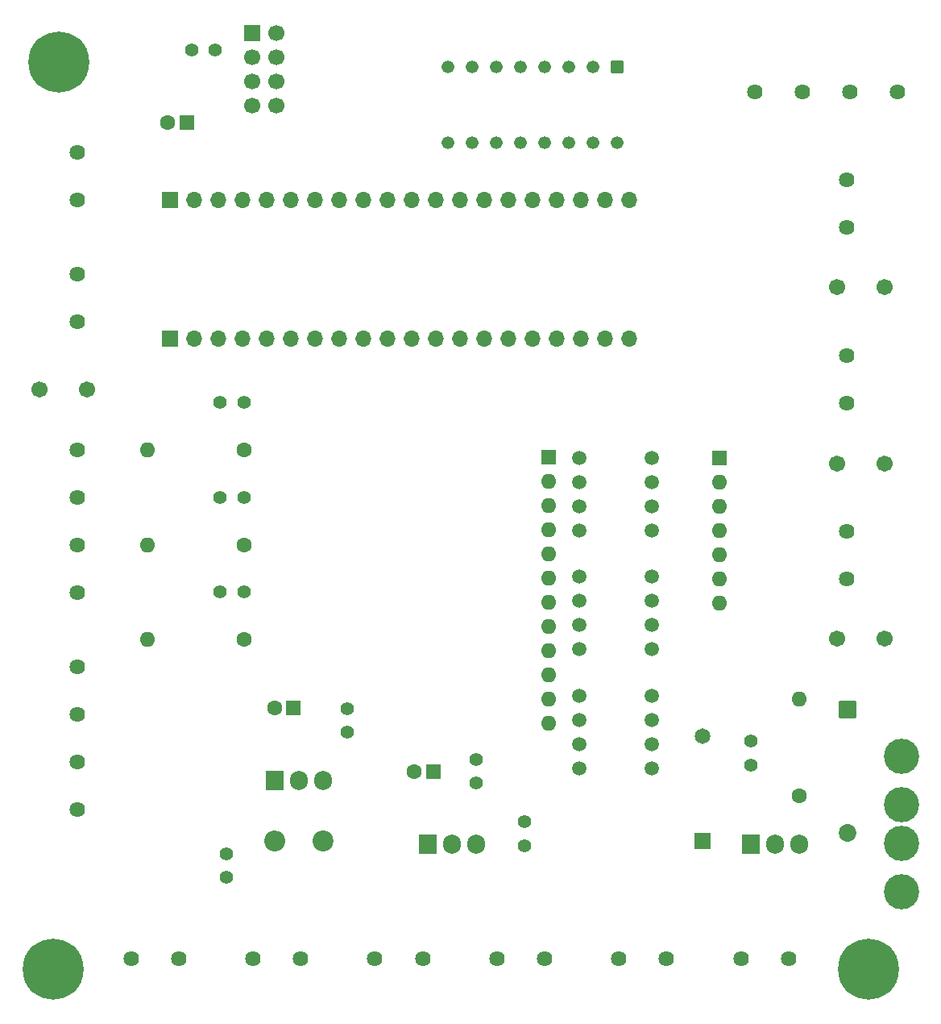
<source format=gbr>
%TF.GenerationSoftware,KiCad,Pcbnew,7.0.9*%
%TF.CreationDate,2024-04-29T14:45:24+03:00*%
%TF.ProjectId,kikad_project,6b696b61-645f-4707-926f-6a6563742e6b,rev?*%
%TF.SameCoordinates,Original*%
%TF.FileFunction,Soldermask,Bot*%
%TF.FilePolarity,Negative*%
%FSLAX46Y46*%
G04 Gerber Fmt 4.6, Leading zero omitted, Abs format (unit mm)*
G04 Created by KiCad (PCBNEW 7.0.9) date 2024-04-29 14:45:24*
%MOMM*%
%LPD*%
G01*
G04 APERTURE LIST*
G04 Aperture macros list*
%AMRoundRect*
0 Rectangle with rounded corners*
0 $1 Rounding radius*
0 $2 $3 $4 $5 $6 $7 $8 $9 X,Y pos of 4 corners*
0 Add a 4 corners polygon primitive as box body*
4,1,4,$2,$3,$4,$5,$6,$7,$8,$9,$2,$3,0*
0 Add four circle primitives for the rounded corners*
1,1,$1+$1,$2,$3*
1,1,$1+$1,$4,$5*
1,1,$1+$1,$6,$7*
1,1,$1+$1,$8,$9*
0 Add four rect primitives between the rounded corners*
20,1,$1+$1,$2,$3,$4,$5,0*
20,1,$1+$1,$4,$5,$6,$7,0*
20,1,$1+$1,$6,$7,$8,$9,0*
20,1,$1+$1,$8,$9,$2,$3,0*%
G04 Aperture macros list end*
%ADD10C,1.400000*%
%ADD11C,1.625600*%
%ADD12R,1.651000X1.651000*%
%ADD13C,1.651000*%
%ADD14R,1.905000X2.000000*%
%ADD15O,1.905000X2.000000*%
%ADD16C,1.854000*%
%ADD17RoundRect,0.102000X-0.825000X0.825000X-0.825000X-0.825000X0.825000X-0.825000X0.825000X0.825000X0*%
%ADD18C,1.701800*%
%ADD19C,1.504000*%
%ADD20R,1.600000X1.600000*%
%ADD21O,1.600000X1.600000*%
%ADD22C,6.400000*%
%ADD23C,2.200000*%
%ADD24O,2.200000X2.200000*%
%ADD25C,1.600000*%
%ADD26C,3.704000*%
%ADD27RoundRect,0.102000X-0.565000X0.565000X-0.565000X-0.565000X0.565000X-0.565000X0.565000X0.565000X0*%
%ADD28C,1.334000*%
%ADD29O,1.700000X1.700000*%
%ADD30R,1.700000X1.700000*%
%ADD31C,1.700000*%
G04 APERTURE END LIST*
D10*
%TO.C,C12*%
X27100000Y-52060000D03*
X24600000Y-52060000D03*
%TD*%
%TO.C,C11*%
X27100000Y-42100000D03*
X24600000Y-42100000D03*
%TD*%
%TO.C,C10*%
X27100000Y-62020000D03*
X24600000Y-62020000D03*
%TD*%
%TO.C,C9*%
X24070000Y-5080000D03*
X21570000Y-5080000D03*
%TD*%
%TO.C,C7*%
X80350000Y-77650000D03*
X80350000Y-80150000D03*
%TD*%
%TO.C,C6*%
X51500000Y-82050000D03*
X51500000Y-79550000D03*
%TD*%
%TO.C,C4*%
X56575113Y-88630000D03*
X56575113Y-86130000D03*
%TD*%
%TO.C,C3*%
X25220000Y-91960000D03*
X25220000Y-89460000D03*
%TD*%
%TO.C,C2*%
X37920000Y-76720000D03*
X37920000Y-74220000D03*
%TD*%
D11*
%TO.C,J18*%
X40854900Y-100480001D03*
X45854900Y-100480001D03*
%TD*%
%TO.C,J7*%
X90420001Y-42195101D03*
X90420001Y-37195101D03*
%TD*%
D12*
%TO.C,D1*%
X75260000Y-88160600D03*
D13*
X75260000Y-77162400D03*
%TD*%
D11*
%TO.C,J11*%
X9600000Y-47060000D03*
X9600000Y-52060000D03*
X9600000Y-57060000D03*
X9600000Y-62060001D03*
%TD*%
D14*
%TO.C,U4*%
X46420000Y-88460000D03*
D15*
X48960000Y-88460000D03*
X51500000Y-88460000D03*
%TD*%
D11*
%TO.C,J16*%
X90420001Y-60595101D03*
X90420001Y-55595101D03*
%TD*%
D16*
%TO.C,D3*%
X90500000Y-87320000D03*
D17*
X90500000Y-74320000D03*
%TD*%
D18*
%TO.C,J8*%
X89420000Y-48495101D03*
X94420000Y-48495101D03*
%TD*%
D19*
%TO.C,IC1*%
X62290000Y-47890000D03*
X62290000Y-50430000D03*
X62290000Y-52970000D03*
X62290000Y-55510000D03*
X69910000Y-55510000D03*
X69910000Y-52970000D03*
X69910000Y-50430000D03*
X69910000Y-47890000D03*
%TD*%
D11*
%TO.C,J10*%
X9600000Y-69870000D03*
X9600000Y-74870000D03*
X9600000Y-79870000D03*
X9600000Y-84870001D03*
%TD*%
D20*
%TO.C,RN2*%
X59100000Y-47860000D03*
D21*
X59100000Y-50400000D03*
X59100000Y-52940000D03*
X59100000Y-55480000D03*
X59100000Y-58020000D03*
X59100000Y-60560000D03*
X59100000Y-63100000D03*
X59100000Y-65640000D03*
X59100000Y-68180000D03*
X59100000Y-70720000D03*
X59100000Y-73260000D03*
X59100000Y-75800000D03*
%TD*%
D11*
%TO.C,J6*%
X15214900Y-100480001D03*
X20214900Y-100480001D03*
%TD*%
%TO.C,J2*%
X95790000Y-9510000D03*
X90790000Y-9510000D03*
X85790000Y-9510000D03*
X80789999Y-9510000D03*
%TD*%
%TO.C,J14*%
X9600000Y-28640000D03*
X9600000Y-33640000D03*
%TD*%
D22*
%TO.C,H2*%
X7620000Y-6350000D03*
%TD*%
D23*
%TO.C,L1*%
X35380000Y-88150000D03*
D24*
X30300000Y-88150000D03*
%TD*%
D14*
%TO.C,U3*%
X30300000Y-81800000D03*
D15*
X32840000Y-81800000D03*
X35380000Y-81800000D03*
%TD*%
D25*
%TO.C,R3*%
X27100000Y-47080000D03*
D21*
X16940000Y-47080000D03*
%TD*%
D18*
%TO.C,J17*%
X89420000Y-66900001D03*
X94420000Y-66900001D03*
%TD*%
D19*
%TO.C,IC2*%
X62300000Y-60400000D03*
X62300000Y-62940000D03*
X62300000Y-65480000D03*
X62300000Y-68020000D03*
X69920000Y-68020000D03*
X69920000Y-65480000D03*
X69920000Y-62940000D03*
X69920000Y-60400000D03*
%TD*%
D11*
%TO.C,J1*%
X79324900Y-100480001D03*
X84324900Y-100480001D03*
%TD*%
%TO.C,J3*%
X53684900Y-100480001D03*
X58684900Y-100480001D03*
%TD*%
D20*
%TO.C,C1*%
X32300000Y-74180000D03*
D25*
X30300000Y-74180000D03*
%TD*%
D22*
%TO.C,H1*%
X7000000Y-101600000D03*
%TD*%
D11*
%TO.C,J15*%
X66494900Y-100480001D03*
X71494900Y-100480001D03*
%TD*%
D25*
%TO.C,R1*%
X85420000Y-83360000D03*
D21*
X85420000Y-73200000D03*
%TD*%
D14*
%TO.C,Q1*%
X80340000Y-88440000D03*
D15*
X82880000Y-88440000D03*
X85420000Y-88440000D03*
%TD*%
D11*
%TO.C,J4*%
X90420001Y-23705101D03*
X90420001Y-18705101D03*
%TD*%
D20*
%TO.C,C5*%
X46960000Y-80840000D03*
D25*
X44960000Y-80840000D03*
%TD*%
D20*
%TO.C,C8*%
X21050000Y-12700000D03*
D25*
X19050000Y-12700000D03*
%TD*%
D22*
%TO.C,H3*%
X92710000Y-101600000D03*
%TD*%
D18*
%TO.C,J12*%
X10600001Y-40749999D03*
X5600001Y-40749999D03*
%TD*%
D11*
%TO.C,J9*%
X28044900Y-100480001D03*
X33044900Y-100480001D03*
%TD*%
D26*
%TO.C,X1*%
X96150000Y-93470000D03*
X96150000Y-88390000D03*
X96150000Y-84330000D03*
X96150000Y-79250000D03*
%TD*%
D27*
%TO.C,U12*%
X66294000Y-6860000D03*
D28*
X63754000Y-6860000D03*
X61214000Y-6860000D03*
X58674000Y-6860000D03*
X56134000Y-6860000D03*
X53594000Y-6860000D03*
X51054000Y-6860000D03*
X48514000Y-6860000D03*
X48514000Y-14800000D03*
X51054000Y-14800000D03*
X53594000Y-14800000D03*
X56134000Y-14800000D03*
X58674000Y-14800000D03*
X61214000Y-14800000D03*
X63754000Y-14800000D03*
X66294000Y-14800000D03*
%TD*%
D18*
%TO.C,J5*%
X89420000Y-30010000D03*
X94420000Y-30010000D03*
%TD*%
D11*
%TO.C,J13*%
X9600000Y-15820000D03*
X9600000Y-20820000D03*
%TD*%
D29*
%TO.C,U2*%
X67564000Y-20828000D03*
X65024000Y-20828000D03*
X62484000Y-20828000D03*
X59944000Y-20828000D03*
X67564000Y-35403000D03*
X24384000Y-20828000D03*
X26924000Y-20828000D03*
X62484000Y-35403000D03*
X65024000Y-35403000D03*
X57404000Y-20828000D03*
X54864000Y-20828000D03*
X52324000Y-20828000D03*
X49784000Y-20828000D03*
X47244000Y-20828000D03*
X44704000Y-20828000D03*
X42164000Y-20828000D03*
X39624000Y-20828000D03*
X37084000Y-20828000D03*
X34544000Y-20828000D03*
X21844000Y-20828000D03*
X32004000Y-20828000D03*
X29464000Y-20828000D03*
D30*
X19304000Y-20828000D03*
X19304000Y-35403000D03*
D29*
X21844000Y-35403000D03*
X24384000Y-35403000D03*
X26924000Y-35403000D03*
X29464000Y-35403000D03*
X32004000Y-35403000D03*
X34544000Y-35403000D03*
X37084000Y-35403000D03*
X39624000Y-35403000D03*
X42164000Y-35403000D03*
X44704000Y-35403000D03*
X47244000Y-35403000D03*
X49784000Y-35403000D03*
X52324000Y-35403000D03*
X54864000Y-35403000D03*
X57404000Y-35403000D03*
X59944000Y-35403000D03*
%TD*%
D25*
%TO.C,R2*%
X27100000Y-67000000D03*
D21*
X16940000Y-67000000D03*
%TD*%
D20*
%TO.C,RN1*%
X77050000Y-47900000D03*
D21*
X77050000Y-50440000D03*
X77050000Y-52980000D03*
X77050000Y-55520000D03*
X77050000Y-58060000D03*
X77050000Y-60600000D03*
X77050000Y-63140000D03*
%TD*%
D19*
%TO.C,IC3*%
X62290000Y-72910000D03*
X62290000Y-75450000D03*
X62290000Y-77990000D03*
X62290000Y-80530000D03*
X69910000Y-80530000D03*
X69910000Y-77990000D03*
X69910000Y-75450000D03*
X69910000Y-72910000D03*
%TD*%
D30*
%TO.C,U1*%
X27940000Y-3265000D03*
D31*
X30480000Y-3265000D03*
X27940000Y-5805000D03*
X30480000Y-5805000D03*
X27940000Y-8345000D03*
X30480000Y-8345000D03*
X27940000Y-10885000D03*
X30480000Y-10885000D03*
%TD*%
D25*
%TO.C,R4*%
X27100000Y-57040000D03*
D21*
X16940000Y-57040000D03*
%TD*%
M02*

</source>
